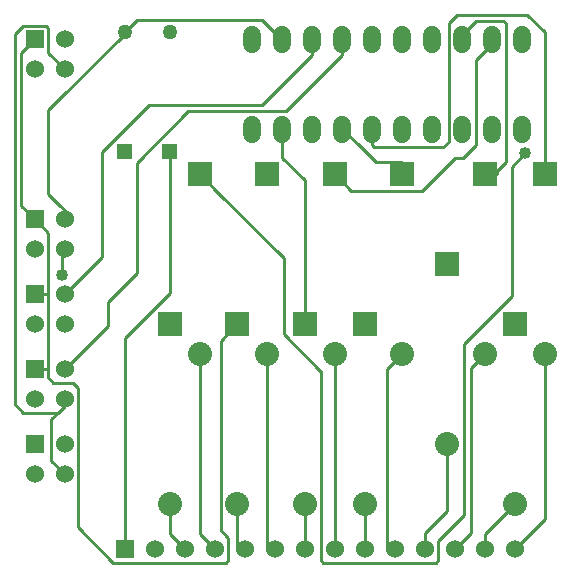
<source format=gbr>
G04 start of page 7 for group 5 idx 5 *
G04 Title: (unknown), bottom *
G04 Creator: pcb 20140316 *
G04 CreationDate: Mon 21 Apr 2014 02:33:18 PM GMT UTC *
G04 For: vince *
G04 Format: Gerber/RS-274X *
G04 PCB-Dimensions (mil): 2000.00 2000.00 *
G04 PCB-Coordinate-Origin: lower left *
%MOIN*%
%FSLAX25Y25*%
%LNBOTTOM*%
%ADD66C,0.1260*%
%ADD65C,0.0380*%
%ADD64C,0.0350*%
%ADD63C,0.0200*%
%ADD62C,0.0400*%
%ADD61C,0.0500*%
%ADD60C,0.0600*%
%ADD59C,0.0800*%
%ADD58C,0.0001*%
%ADD57C,0.0100*%
G54D57*X152250Y25000D02*X147500Y20250D01*
X155000Y27750D02*X152250Y25000D01*
X155000Y50000D02*Y27750D01*
X153750Y19500D02*X152000Y17750D01*
X163000Y20500D02*X157500Y15000D01*
X167500D03*
D03*
Y20000D02*Y15000D01*
X147500D03*
D03*
X177500Y30000D02*X167500Y20000D01*
X177500Y30000D03*
X187500Y25000D02*X177500Y15000D01*
Y30000D03*
X160500Y26250D02*X153750Y19500D01*
X147500Y20250D02*Y15000D01*
X167500Y80000D02*X163000Y75500D01*
X187500Y80000D02*Y25000D01*
X172750Y95500D02*X160500Y83250D01*
Y26250D01*
X135000Y15000D03*
X137500D02*X135000D01*
X127500D03*
X176500Y99250D02*X172750Y95500D01*
X135000Y75000D02*Y15000D01*
X163000Y75500D02*Y20500D01*
X97500Y15000D03*
D03*
X127500Y30000D02*Y15000D01*
X137500D03*
X135000D01*
X137500D02*X135000D01*
X137500D03*
X127500D03*
X117500D03*
X107500Y30000D02*Y15000D01*
X113000Y24500D03*
X107500Y15000D03*
X113000Y24500D03*
Y11250D01*
X151250Y10500D02*X113750D01*
X152000Y11250D02*X151250Y10500D01*
X152000Y17750D02*Y11250D01*
X113000D02*X113750Y10500D01*
X117500Y80000D02*Y15000D01*
X107500D03*
X117500D03*
X113000Y74250D02*Y24500D01*
X95000Y80000D02*Y15000D01*
D03*
X140000Y80000D02*X135000Y75000D01*
X140000Y80000D03*
D03*
X97500Y15000D02*X95000D01*
X97500D02*X95000D01*
X97500D02*X95000D01*
X112750Y74500D02*X113000Y74250D01*
X107500Y90000D03*
D03*
X100500Y86750D02*X112750Y74500D01*
X62500Y147500D02*Y100250D01*
X57750Y95500D02*X47500Y85250D01*
X42000Y97500D02*Y89500D01*
X51500Y107000D02*X42000Y97500D01*
X51500Y143750D02*Y107000D01*
X62500Y100250D02*X57750Y95500D01*
X40000Y147250D02*Y112500D01*
X30250Y70500D02*X32000Y68750D01*
X27500Y62750D03*
X23000Y58250D01*
X27500Y65000D02*Y62750D01*
X25250Y60500D01*
X30250Y70500D02*X23750D01*
X27500Y128000D02*Y125000D01*
Y40000D03*
X23000Y44500D02*X27500Y40000D01*
X23000Y58250D02*Y44500D01*
X22000Y100000D02*Y75000D01*
X20500D01*
D03*
D03*
X22000D02*Y72250D01*
X20500Y75000D03*
X22000Y72250D02*X23750Y70500D01*
X22000Y120500D02*Y100000D01*
D03*
X17500D01*
X26500Y106300D03*
X17500Y75000D02*X20500D01*
X17500D03*
X20500D01*
X17500D01*
X42000Y89500D02*X27500Y75000D01*
X25250Y60500D02*X13750D01*
X11000Y63250D02*X13750Y60500D01*
X27500Y115000D03*
D03*
X26500D01*
X27500D02*X26500D01*
X27500D02*X26500D01*
X25300D01*
X26500D02*X25300D01*
X22000Y100000D03*
X26500Y115000D02*Y106300D01*
D03*
X40000Y112500D02*X27500Y100000D01*
Y125000D03*
Y128000D01*
Y125000D02*Y128000D01*
Y125000D03*
X17500D03*
X22000Y120500D01*
X17500Y125000D03*
D03*
X27500Y128000D03*
D03*
X26000Y129500D02*X27500Y128000D01*
X22000Y133500D02*X26000Y129500D01*
X85000Y90000D03*
X79500Y84500D01*
X85000Y90000D03*
X120000Y183500D02*Y179750D01*
X110000Y183500D02*Y179750D01*
X78000Y134500D02*X100500Y112000D01*
X72500Y140000D02*X78000Y134500D01*
X100000Y183500D03*
D03*
X110000Y179750D02*X93250Y163000D01*
X120000Y179750D02*X101250Y161000D01*
X120000Y155000D03*
X100500Y112000D02*Y86750D01*
X107500Y138000D02*Y90000D01*
X68750Y161000D02*X51500Y143750D01*
X55750Y163000D02*X40000Y147250D01*
X93250Y191500D02*X100000Y184750D01*
Y185000D01*
Y186500D01*
Y184750D02*Y185000D01*
X93250Y191500D02*X51500D01*
X93250Y163000D02*X55750D01*
X101250Y161000D02*X68750D01*
X27500Y175000D03*
X25750Y165000D02*X22000Y161250D01*
X27500Y175000D03*
X22000Y161250D02*Y133500D01*
Y180500D02*X27500Y175000D01*
X13000Y129500D02*X17500Y125000D01*
X13000Y180500D02*Y129500D01*
X11000Y186750D02*Y63250D01*
X21250Y189500D02*X22000Y188750D01*
X21250Y189500D02*X13750D01*
X22000Y188750D02*Y180500D01*
X47500Y186750D02*X25750Y165000D01*
X47500Y187500D03*
X51500Y191500D02*X47500Y187500D01*
D03*
D03*
Y186750D01*
X13750Y189500D02*X11000Y186750D01*
X17500Y185000D02*X13000Y180500D01*
X17500Y185000D03*
D03*
X100000Y153500D02*Y145500D01*
X121750Y153500D02*X120000D01*
X100000Y145500D02*X107500Y138000D01*
X117500Y140000D02*X123000Y134500D01*
X121750Y153500D02*X120000Y155000D01*
X121750Y156500D01*
X120000D01*
X164500Y191000D02*X160000Y186500D01*
X158250Y193000D02*X155500Y190250D01*
X160000Y186500D03*
D03*
X170000Y183500D03*
X164500Y178000D01*
X170000Y183500D03*
Y185000D01*
Y186500D01*
D03*
X160000D02*Y185000D01*
X181750Y193000D02*X187500Y187250D01*
X100000Y183500D02*Y184750D01*
Y183500D03*
Y184750D02*Y183500D01*
X181750Y193000D02*X158250D01*
X173750Y191000D02*X164500D01*
X173750D02*X174500Y190250D01*
Y144000D01*
X187500Y187250D02*Y140000D01*
X155500Y190250D02*Y150750D01*
X164500Y149750D02*X160250Y145500D01*
X164500Y178000D02*Y149750D01*
X171500Y141000D02*Y140000D01*
X157500Y145500D02*X146500Y134500D01*
X160250Y145500D02*X157500D01*
X140000Y144000D03*
D03*
Y140000D01*
D03*
Y144000D01*
Y140000D02*Y144000D01*
Y140000D03*
Y144000D02*X131250D01*
X146500Y134500D02*X123000D01*
X130000Y153500D02*Y149750D01*
X155500Y150750D02*X153750Y149000D01*
X121750Y153500D02*X125500Y149750D01*
X131250Y144000D01*
X153750Y149000D02*X130750D01*
X130000Y149750D02*X130750Y149000D01*
X187500Y140000D03*
D03*
X167500D02*X171500D01*
X167500D03*
X171500D01*
X167500D01*
X174500Y144000D02*X171500Y141000D01*
Y140000D03*
X181000Y147000D03*
X176500Y142500D01*
X181000Y147000D03*
X171500Y140000D03*
X176500Y142500D02*Y99250D01*
X77500Y15000D03*
X81250Y19500D02*X82000Y18750D01*
X77500Y15000D03*
X72500Y80000D02*Y20000D01*
X87500Y15000D03*
X85000D01*
X87500D02*X85000D01*
X87500D03*
X85000D03*
X87500D02*X85000D01*
Y30000D02*Y15000D01*
X79500Y21250D02*X81250Y19500D01*
X72500Y20000D02*X77500Y15000D01*
X47500D03*
D03*
X32000Y22250D02*X43750Y10500D01*
X27500Y65000D02*Y62750D01*
D03*
Y40000D03*
X32000Y68750D02*Y22250D01*
X81250Y10500D02*X43750D01*
X82000Y11250D02*X81250Y10500D01*
X82000Y18750D02*Y11250D01*
X79500Y84500D02*Y21250D01*
X67500Y15000D03*
X62500Y30000D02*Y20000D01*
X67500Y15000D03*
X62500Y20000D02*X67500Y15000D01*
X47500Y85250D02*Y15000D01*
G54D58*G36*
X151000Y114000D02*Y106000D01*
X159000D01*
Y114000D01*
X151000D01*
G37*
G36*
X163500Y144000D02*Y136000D01*
X171500D01*
Y144000D01*
X163500D01*
G37*
G36*
X136000D02*Y136000D01*
X144000D01*
Y144000D01*
X136000D01*
G37*
G36*
X183500D02*Y136000D01*
X191500D01*
Y144000D01*
X183500D01*
G37*
G54D59*X72500Y80000D03*
G54D58*G36*
X173500Y94000D02*Y86000D01*
X181500D01*
Y94000D01*
X173500D01*
G37*
G54D59*X187500Y80000D03*
G54D58*G36*
X81000Y94000D02*Y86000D01*
X89000D01*
Y94000D01*
X81000D01*
G37*
G54D59*X167500Y80000D03*
X117500D03*
G54D58*G36*
X123500Y94000D02*Y86000D01*
X131500D01*
Y94000D01*
X123500D01*
G37*
G54D59*X140000Y80000D03*
X95000D03*
G54D58*G36*
X103500Y94000D02*Y86000D01*
X111500D01*
Y94000D01*
X103500D01*
G37*
G36*
X60000Y150000D02*Y145000D01*
X65000D01*
Y150000D01*
X60000D01*
G37*
G36*
X113500Y144000D02*Y136000D01*
X121500D01*
Y144000D01*
X113500D01*
G37*
G36*
X68500D02*Y136000D01*
X76500D01*
Y144000D01*
X68500D01*
G37*
G36*
X91000D02*Y136000D01*
X99000D01*
Y144000D01*
X91000D01*
G37*
G54D60*X90000Y155000D03*
X100000D03*
X110000D03*
X120000D03*
X130000D03*
X140000D03*
X150000D03*
X160000D03*
X170000D03*
X180000D03*
Y185000D03*
X170000D03*
X160000D03*
X150000D03*
X140000D03*
X130000D03*
X120000D03*
X110000D03*
X100000D03*
X90000D03*
G54D58*G36*
X14500Y78000D02*Y72000D01*
X20500D01*
Y78000D01*
X14500D01*
G37*
G54D60*X27500Y75000D03*
X17500Y65000D03*
X27500D03*
G54D58*G36*
X14500Y53000D02*Y47000D01*
X20500D01*
Y53000D01*
X14500D01*
G37*
G54D60*X27500Y50000D03*
X17500Y40000D03*
X27500D03*
X17500Y90000D03*
X27500D03*
G54D58*G36*
X14500Y103000D02*Y97000D01*
X20500D01*
Y103000D01*
X14500D01*
G37*
G36*
Y128000D02*Y122000D01*
X20500D01*
Y128000D01*
X14500D01*
G37*
G54D60*X17500Y115000D03*
G54D58*G36*
X14500Y188000D02*Y182000D01*
X20500D01*
Y188000D01*
X14500D01*
G37*
G54D60*X17500Y175000D03*
X27500Y100000D03*
Y125000D03*
Y115000D03*
Y185000D03*
Y175000D03*
G54D58*G36*
X45000Y150000D02*Y145000D01*
X50000D01*
Y150000D01*
X45000D01*
G37*
G54D61*X47500Y187500D03*
X62500D03*
G54D58*G36*
X58500Y94000D02*Y86000D01*
X66500D01*
Y94000D01*
X58500D01*
G37*
G36*
X44500Y18000D02*Y12000D01*
X50500D01*
Y18000D01*
X44500D01*
G37*
G54D60*X57500Y15000D03*
X67500D03*
G54D59*X62500Y30000D03*
X85000D03*
G54D60*X77500Y15000D03*
X87500D03*
X97500D03*
X107500D03*
X117500D03*
X127500D03*
X137500D03*
G54D59*X127500Y30000D03*
X107500D03*
G54D60*X147500Y15000D03*
X157500D03*
G54D59*X155000Y50000D03*
G54D60*X167500Y15000D03*
X177500D03*
G54D59*Y30000D03*
G54D60*X140000Y156500D02*Y153500D01*
X150000Y156500D02*Y153500D01*
X160000Y156500D02*Y153500D01*
X170000Y156500D02*Y153500D01*
X110000Y156500D02*Y153500D01*
X120000Y156500D02*Y153500D01*
X90000Y156500D02*Y153500D01*
X100000Y156500D02*Y153500D01*
X130000Y156500D02*Y153500D01*
X180000Y156500D02*Y153500D01*
Y186500D02*Y183500D01*
X170000Y186500D02*Y183500D01*
X160000Y186500D02*Y183500D01*
X150000Y186500D02*Y183500D01*
X140000Y186500D02*Y183500D01*
X130000Y186500D02*Y183500D01*
X120000Y186500D02*Y183500D01*
X110000Y186500D02*Y183500D01*
X100000Y186500D02*Y183500D01*
X90000Y186500D02*Y183500D01*
G54D62*X181000Y147000D03*
X26500Y106300D03*
G54D63*G54D61*G54D63*G54D61*G54D64*G54D65*G54D63*G54D61*G54D66*G54D65*G54D61*G54D65*G54D61*G54D65*G54D66*G54D65*G54D61*G54D65*G54D61*M02*

</source>
